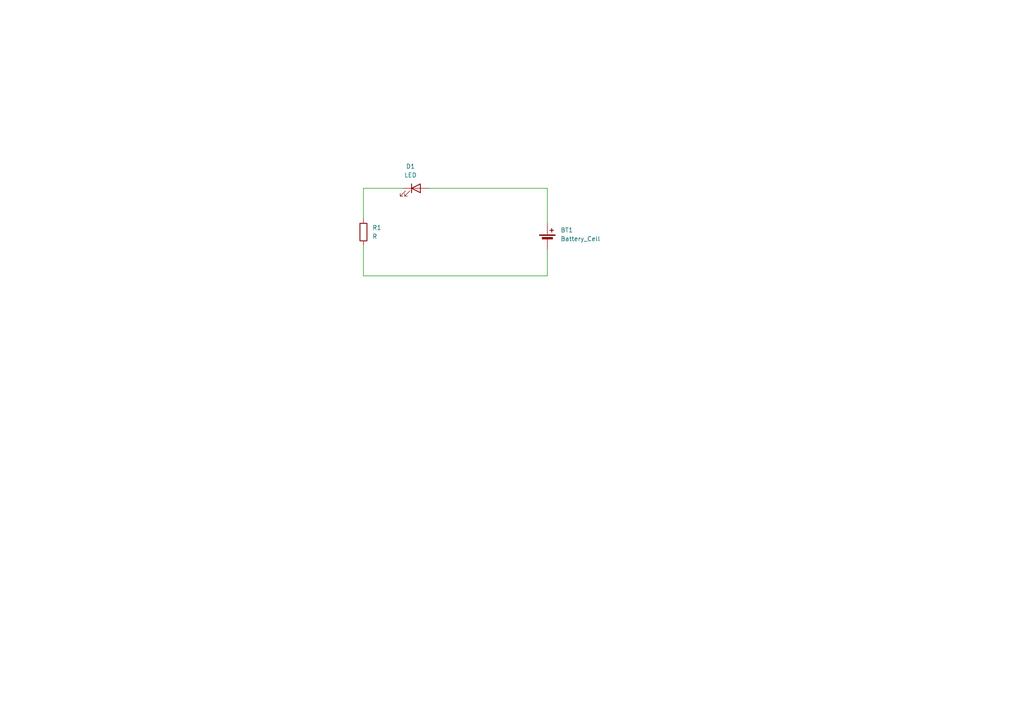
<source format=kicad_sch>
(kicad_sch (version 20250114) (generator "eeschema") (generator_version "9.0")
  (paper "A4")
  (lib_symbols
    (symbol "Device:Battery_Cell" (pin_numbers (hide yes)) (pin_names (offset 0) (hide yes))
      (property "Reference" "BT" (at 2.54 2.54 0))
      (property "Value" "Battery_Cell" (at 2.54 0 0))
      (symbol "Battery_Cell_0_1"
        (rectangle (start -2.286 1.778) (end 2.286 1.524) (fill (type outline)))
        (rectangle (start -1.524 1.016) (end 1.524 0.508) (fill (type outline)))
        (polyline (pts (xy 0 1.778) (xy 0 2.54)))
        (polyline (pts (xy 0 0.762) (xy 0 0)))
        (polyline (pts (xy 0.762 3.048) (xy 1.778 3.048)) (stroke (width 0.254)))
        (polyline (pts (xy 1.27 3.556) (xy 1.27 2.54)) (stroke (width 0.254)))
      )
      (symbol "Battery_Cell_1_1"
        (pin passive line (at 0 5.08 270) (length 2.54) (name "+") (number "1"))
        (pin passive line (at 0 -2.54 90) (length 2.54) (name "-") (number "2"))
      )
    )
    (symbol "Device:LED" (pin_numbers (hide yes)) (pin_names (offset 1.016) (hide yes))
      (property "Reference" "D" (at 0 2.54 0))
      (property "Value" "LED" (at 0 -2.54 0))
      (symbol "LED_0_1"
        (polyline (pts (xy -3.048 -0.762) (xy -4.572 -2.286) (xy -3.81 -2.286) (xy -4.572 -2.286) (xy -4.572 -1.524)))
        (polyline (pts (xy -1.778 -0.762) (xy -3.302 -2.286) (xy -2.54 -2.286) (xy -3.302 -2.286) (xy -3.302 -1.524)))
        (polyline (pts (xy -1.27 0) (xy 1.27 0)))
        (polyline (pts (xy -1.27 -1.27) (xy -1.27 1.27)) (stroke (width 0.254)))
        (polyline (pts (xy 1.27 -1.27) (xy 1.27 1.27) (xy -1.27 0) (xy 1.27 -1.27)) (stroke (width 0.254)))
      )
      (symbol "LED_1_1"
        (pin passive line (at -3.81 0 0) (length 2.54) (name "K") (number "1"))
        (pin passive line (at 3.81 0 180) (length 2.54) (name "A") (number "2"))
      )
    )
    (symbol "Device:R" (pin_numbers (hide yes)) (pin_names (offset 0))
      (property "Reference" "R" (at 2.032 0 90))
      (property "Value" "R" (at 0 0 90))
      (symbol "R_0_1"
        (rectangle (start -1.016 -2.54) (end 1.016 2.54) (stroke (width 0.254)))
      )
      (symbol "R_1_1"
        (pin passive line (at 0 3.81 270) (length 1.27) (name "~") (number "1"))
        (pin passive line (at 0 -3.81 90) (length 1.27) (name "~") (number "2"))
      )
    )
  )
  (wire (pts (xy 158.75 80.01) (xy 158.75 72.39)))
  (wire (pts (xy 158.75 54.61) (xy 124.46 54.61)))
  (wire (pts (xy 105.41 63.5) (xy 105.41 54.61)))
  (wire (pts (xy 105.41 80.01) (xy 158.75 80.01)))
  (wire (pts (xy 105.41 54.61) (xy 116.84 54.61)))
  (wire (pts (xy 158.75 64.77) (xy 158.75 54.61)))
  (wire (pts (xy 105.41 80.01) (xy 105.41 71.12)))
  (symbol (lib_id "Device:Battery_Cell") (at 158.75 69.85 0) (unit 1)
    (property "Reference" "BT1" (at 162.56 66.7384 0) (effects (justify left)))
    (property "Value" "Battery_Cell" (at 162.56 69.2784 0) (effects (justify left)))
    (property "Footprint" "Battery:BatteryHolder_Keystone_2466_1xAAA" (effects (hide yes)))
    (property "Description" "Single-cell battery" (effects (hide yes)))
  )
  (symbol (lib_id "Device:LED") (at 120.65 54.61 0) (unit 1)
    (property "Reference" "D1" (at 119.0625 48.26 0))
    (property "Value" "LED" (at 119.0625 50.8 0))
    (property "Footprint" "LED_THT:LED_D3.0mm" (effects (hide yes)))
    (property "Description" "Light emitting diode" (effects (hide yes)))
    (property "Sim.Pins" "1=K 2=A" (effects (hide yes)))
  )
  (symbol (lib_id "Device:R") (at 105.41 67.31 180) (unit 1)
    (property "Reference" "R1" (at 107.95 66.0399 0) (effects (justify right)))
    (property "Value" "R" (at 107.95 68.5799 0) (effects (justify right)))
    (property "Footprint" "Resistor_THT:R_Axial_DIN0207_L6.3mm_D2.5mm_P10.16mm_Horizontal" (effects (hide yes)))
    (property "Description" "Resistor" (effects (hide yes)))
  )
)
</source>
